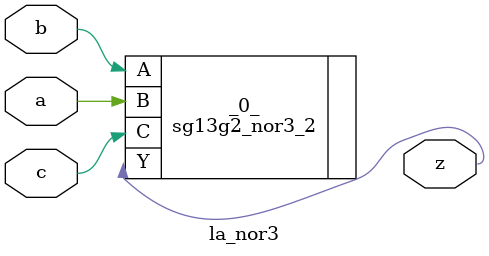
<source format=v>

/* Generated by Yosys 0.44 (git sha1 80ba43d26, g++ 11.4.0-1ubuntu1~22.04 -fPIC -O3) */

(* top =  1  *)
(* src = "generated" *)
module la_nor3 (
    a,
    b,
    c,
    z
);
  (* src = "generated" *)
  input a;
  wire a;
  (* src = "generated" *)
  input b;
  wire b;
  (* src = "generated" *)
  input c;
  wire c;
  (* src = "generated" *)
  output z;
  wire z;
  sg13g2_nor3_2 _0_ (
      .A(b),
      .B(a),
      .C(c),
      .Y(z)
  );
endmodule

</source>
